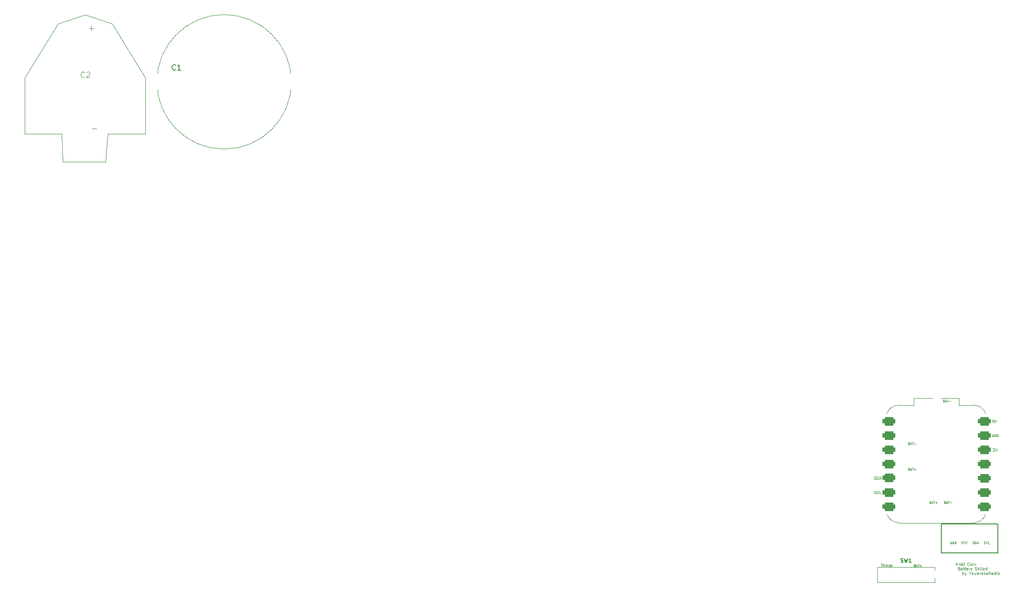
<source format=gbr>
%TF.GenerationSoftware,KiCad,Pcbnew,8.0.4*%
%TF.CreationDate,2024-10-12T11:12:09+09:00*%
%TF.ProjectId,XIAO_ButtonBatteryPCB,5849414f-5f42-4757-9474-6f6e42617474,rev?*%
%TF.SameCoordinates,Original*%
%TF.FileFunction,Legend,Top*%
%TF.FilePolarity,Positive*%
%FSLAX46Y46*%
G04 Gerber Fmt 4.6, Leading zero omitted, Abs format (unit mm)*
G04 Created by KiCad (PCBNEW 8.0.4) date 2024-10-12 11:12:09*
%MOMM*%
%LPD*%
G01*
G04 APERTURE LIST*
G04 Aperture macros list*
%AMRoundRect*
0 Rectangle with rounded corners*
0 $1 Rounding radius*
0 $2 $3 $4 $5 $6 $7 $8 $9 X,Y pos of 4 corners*
0 Add a 4 corners polygon primitive as box body*
4,1,4,$2,$3,$4,$5,$6,$7,$8,$9,$2,$3,0*
0 Add four circle primitives for the rounded corners*
1,1,$1+$1,$2,$3*
1,1,$1+$1,$4,$5*
1,1,$1+$1,$6,$7*
1,1,$1+$1,$8,$9*
0 Add four rect primitives between the rounded corners*
20,1,$1+$1,$2,$3,$4,$5,0*
20,1,$1+$1,$4,$5,$6,$7,0*
20,1,$1+$1,$6,$7,$8,$9,0*
20,1,$1+$1,$8,$9,$2,$3,0*%
G04 Aperture macros list end*
%ADD10C,0.100000*%
%ADD11C,0.150000*%
%ADD12C,0.120000*%
%ADD13C,0.127000*%
%ADD14C,0.200000*%
%ADD15C,1.500000*%
%ADD16R,1.500000X1.500000*%
%ADD17C,1.600000*%
%ADD18RoundRect,0.381000X-0.762000X-0.381000X0.762000X-0.381000X0.762000X0.381000X-0.762000X0.381000X0*%
%ADD19R,1.308000X1.308000*%
%ADD20C,1.308000*%
%ADD21C,3.000000*%
%ADD22R,3.000000X3.000000*%
G04 APERTURE END LIST*
D10*
X152989598Y-98407752D02*
X152970550Y-98426800D01*
X152970550Y-98426800D02*
X152913408Y-98445847D01*
X152913408Y-98445847D02*
X152875312Y-98445847D01*
X152875312Y-98445847D02*
X152818169Y-98426800D01*
X152818169Y-98426800D02*
X152780074Y-98388704D01*
X152780074Y-98388704D02*
X152761027Y-98350609D01*
X152761027Y-98350609D02*
X152741979Y-98274419D01*
X152741979Y-98274419D02*
X152741979Y-98217276D01*
X152741979Y-98217276D02*
X152761027Y-98141085D01*
X152761027Y-98141085D02*
X152780074Y-98102990D01*
X152780074Y-98102990D02*
X152818169Y-98064895D01*
X152818169Y-98064895D02*
X152875312Y-98045847D01*
X152875312Y-98045847D02*
X152913408Y-98045847D01*
X152913408Y-98045847D02*
X152970550Y-98064895D01*
X152970550Y-98064895D02*
X152989598Y-98083942D01*
X153161027Y-98445847D02*
X153161027Y-98045847D01*
X153332455Y-98445847D02*
X153332455Y-98236323D01*
X153332455Y-98236323D02*
X153313408Y-98198228D01*
X153313408Y-98198228D02*
X153275312Y-98179180D01*
X153275312Y-98179180D02*
X153218169Y-98179180D01*
X153218169Y-98179180D02*
X153180074Y-98198228D01*
X153180074Y-98198228D02*
X153161027Y-98217276D01*
X153694360Y-98445847D02*
X153694360Y-98236323D01*
X153694360Y-98236323D02*
X153675313Y-98198228D01*
X153675313Y-98198228D02*
X153637217Y-98179180D01*
X153637217Y-98179180D02*
X153561027Y-98179180D01*
X153561027Y-98179180D02*
X153522932Y-98198228D01*
X153694360Y-98426800D02*
X153656265Y-98445847D01*
X153656265Y-98445847D02*
X153561027Y-98445847D01*
X153561027Y-98445847D02*
X153522932Y-98426800D01*
X153522932Y-98426800D02*
X153503884Y-98388704D01*
X153503884Y-98388704D02*
X153503884Y-98350609D01*
X153503884Y-98350609D02*
X153522932Y-98312514D01*
X153522932Y-98312514D02*
X153561027Y-98293466D01*
X153561027Y-98293466D02*
X153656265Y-98293466D01*
X153656265Y-98293466D02*
X153694360Y-98274419D01*
X153884837Y-98445847D02*
X153884837Y-98179180D01*
X153884837Y-98255371D02*
X153903884Y-98217276D01*
X153903884Y-98217276D02*
X153922932Y-98198228D01*
X153922932Y-98198228D02*
X153961027Y-98179180D01*
X153961027Y-98179180D02*
X153999122Y-98179180D01*
X154303884Y-98179180D02*
X154303884Y-98502990D01*
X154303884Y-98502990D02*
X154284837Y-98541085D01*
X154284837Y-98541085D02*
X154265789Y-98560133D01*
X154265789Y-98560133D02*
X154227694Y-98579180D01*
X154227694Y-98579180D02*
X154170551Y-98579180D01*
X154170551Y-98579180D02*
X154132456Y-98560133D01*
X154303884Y-98426800D02*
X154265789Y-98445847D01*
X154265789Y-98445847D02*
X154189598Y-98445847D01*
X154189598Y-98445847D02*
X154151503Y-98426800D01*
X154151503Y-98426800D02*
X154132456Y-98407752D01*
X154132456Y-98407752D02*
X154113408Y-98369657D01*
X154113408Y-98369657D02*
X154113408Y-98255371D01*
X154113408Y-98255371D02*
X154132456Y-98217276D01*
X154132456Y-98217276D02*
X154151503Y-98198228D01*
X154151503Y-98198228D02*
X154189598Y-98179180D01*
X154189598Y-98179180D02*
X154265789Y-98179180D01*
X154265789Y-98179180D02*
X154303884Y-98198228D01*
X154646742Y-98426800D02*
X154608646Y-98445847D01*
X154608646Y-98445847D02*
X154532456Y-98445847D01*
X154532456Y-98445847D02*
X154494361Y-98426800D01*
X154494361Y-98426800D02*
X154475313Y-98388704D01*
X154475313Y-98388704D02*
X154475313Y-98236323D01*
X154475313Y-98236323D02*
X154494361Y-98198228D01*
X154494361Y-98198228D02*
X154532456Y-98179180D01*
X154532456Y-98179180D02*
X154608646Y-98179180D01*
X154608646Y-98179180D02*
X154646742Y-98198228D01*
X154646742Y-98198228D02*
X154665789Y-98236323D01*
X154665789Y-98236323D02*
X154665789Y-98274419D01*
X154665789Y-98274419D02*
X154475313Y-98312514D01*
X158694360Y-98336323D02*
X158751503Y-98355371D01*
X158751503Y-98355371D02*
X158770550Y-98374419D01*
X158770550Y-98374419D02*
X158789598Y-98412514D01*
X158789598Y-98412514D02*
X158789598Y-98469657D01*
X158789598Y-98469657D02*
X158770550Y-98507752D01*
X158770550Y-98507752D02*
X158751503Y-98526800D01*
X158751503Y-98526800D02*
X158713408Y-98545847D01*
X158713408Y-98545847D02*
X158561027Y-98545847D01*
X158561027Y-98545847D02*
X158561027Y-98145847D01*
X158561027Y-98145847D02*
X158694360Y-98145847D01*
X158694360Y-98145847D02*
X158732455Y-98164895D01*
X158732455Y-98164895D02*
X158751503Y-98183942D01*
X158751503Y-98183942D02*
X158770550Y-98222038D01*
X158770550Y-98222038D02*
X158770550Y-98260133D01*
X158770550Y-98260133D02*
X158751503Y-98298228D01*
X158751503Y-98298228D02*
X158732455Y-98317276D01*
X158732455Y-98317276D02*
X158694360Y-98336323D01*
X158694360Y-98336323D02*
X158561027Y-98336323D01*
X158941979Y-98431561D02*
X159132455Y-98431561D01*
X158903884Y-98545847D02*
X159037217Y-98145847D01*
X159037217Y-98145847D02*
X159170550Y-98545847D01*
X159246741Y-98145847D02*
X159475312Y-98145847D01*
X159361026Y-98545847D02*
X159361026Y-98145847D01*
X159608646Y-98393466D02*
X159913408Y-98393466D01*
X159761027Y-98545847D02*
X159761027Y-98241085D01*
X166037217Y-97823665D02*
X166370550Y-98323665D01*
X166370550Y-97823665D02*
X166037217Y-98323665D01*
X166561026Y-98323665D02*
X166561026Y-97823665D01*
X166775312Y-98180808D02*
X167013407Y-98180808D01*
X166727693Y-98323665D02*
X166894359Y-97823665D01*
X166894359Y-97823665D02*
X167061026Y-98323665D01*
X167322930Y-97823665D02*
X167418168Y-97823665D01*
X167418168Y-97823665D02*
X167465787Y-97847475D01*
X167465787Y-97847475D02*
X167513406Y-97895094D01*
X167513406Y-97895094D02*
X167537216Y-97990332D01*
X167537216Y-97990332D02*
X167537216Y-98156998D01*
X167537216Y-98156998D02*
X167513406Y-98252236D01*
X167513406Y-98252236D02*
X167465787Y-98299856D01*
X167465787Y-98299856D02*
X167418168Y-98323665D01*
X167418168Y-98323665D02*
X167322930Y-98323665D01*
X167322930Y-98323665D02*
X167275311Y-98299856D01*
X167275311Y-98299856D02*
X167227692Y-98252236D01*
X167227692Y-98252236D02*
X167203883Y-98156998D01*
X167203883Y-98156998D02*
X167203883Y-97990332D01*
X167203883Y-97990332D02*
X167227692Y-97895094D01*
X167227692Y-97895094D02*
X167275311Y-97847475D01*
X167275311Y-97847475D02*
X167322930Y-97823665D01*
X168418168Y-98276046D02*
X168394359Y-98299856D01*
X168394359Y-98299856D02*
X168322930Y-98323665D01*
X168322930Y-98323665D02*
X168275311Y-98323665D01*
X168275311Y-98323665D02*
X168203883Y-98299856D01*
X168203883Y-98299856D02*
X168156264Y-98252236D01*
X168156264Y-98252236D02*
X168132454Y-98204617D01*
X168132454Y-98204617D02*
X168108645Y-98109379D01*
X168108645Y-98109379D02*
X168108645Y-98037951D01*
X168108645Y-98037951D02*
X168132454Y-97942713D01*
X168132454Y-97942713D02*
X168156264Y-97895094D01*
X168156264Y-97895094D02*
X168203883Y-97847475D01*
X168203883Y-97847475D02*
X168275311Y-97823665D01*
X168275311Y-97823665D02*
X168322930Y-97823665D01*
X168322930Y-97823665D02*
X168394359Y-97847475D01*
X168394359Y-97847475D02*
X168418168Y-97871284D01*
X168703883Y-98323665D02*
X168656264Y-98299856D01*
X168656264Y-98299856D02*
X168632454Y-98276046D01*
X168632454Y-98276046D02*
X168608645Y-98228427D01*
X168608645Y-98228427D02*
X168608645Y-98085570D01*
X168608645Y-98085570D02*
X168632454Y-98037951D01*
X168632454Y-98037951D02*
X168656264Y-98014141D01*
X168656264Y-98014141D02*
X168703883Y-97990332D01*
X168703883Y-97990332D02*
X168775311Y-97990332D01*
X168775311Y-97990332D02*
X168822930Y-98014141D01*
X168822930Y-98014141D02*
X168846740Y-98037951D01*
X168846740Y-98037951D02*
X168870549Y-98085570D01*
X168870549Y-98085570D02*
X168870549Y-98228427D01*
X168870549Y-98228427D02*
X168846740Y-98276046D01*
X168846740Y-98276046D02*
X168822930Y-98299856D01*
X168822930Y-98299856D02*
X168775311Y-98323665D01*
X168775311Y-98323665D02*
X168703883Y-98323665D01*
X169084835Y-98323665D02*
X169084835Y-97990332D01*
X169084835Y-97823665D02*
X169061026Y-97847475D01*
X169061026Y-97847475D02*
X169084835Y-97871284D01*
X169084835Y-97871284D02*
X169108645Y-97847475D01*
X169108645Y-97847475D02*
X169084835Y-97823665D01*
X169084835Y-97823665D02*
X169084835Y-97871284D01*
X169322930Y-97990332D02*
X169322930Y-98323665D01*
X169322930Y-98037951D02*
X169346740Y-98014141D01*
X169346740Y-98014141D02*
X169394359Y-97990332D01*
X169394359Y-97990332D02*
X169465787Y-97990332D01*
X169465787Y-97990332D02*
X169513406Y-98014141D01*
X169513406Y-98014141D02*
X169537216Y-98061760D01*
X169537216Y-98061760D02*
X169537216Y-98323665D01*
X166632455Y-98866732D02*
X166703883Y-98890542D01*
X166703883Y-98890542D02*
X166727693Y-98914351D01*
X166727693Y-98914351D02*
X166751502Y-98961970D01*
X166751502Y-98961970D02*
X166751502Y-99033399D01*
X166751502Y-99033399D02*
X166727693Y-99081018D01*
X166727693Y-99081018D02*
X166703883Y-99104828D01*
X166703883Y-99104828D02*
X166656264Y-99128637D01*
X166656264Y-99128637D02*
X166465788Y-99128637D01*
X166465788Y-99128637D02*
X166465788Y-98628637D01*
X166465788Y-98628637D02*
X166632455Y-98628637D01*
X166632455Y-98628637D02*
X166680074Y-98652447D01*
X166680074Y-98652447D02*
X166703883Y-98676256D01*
X166703883Y-98676256D02*
X166727693Y-98723875D01*
X166727693Y-98723875D02*
X166727693Y-98771494D01*
X166727693Y-98771494D02*
X166703883Y-98819113D01*
X166703883Y-98819113D02*
X166680074Y-98842923D01*
X166680074Y-98842923D02*
X166632455Y-98866732D01*
X166632455Y-98866732D02*
X166465788Y-98866732D01*
X167180074Y-99128637D02*
X167180074Y-98866732D01*
X167180074Y-98866732D02*
X167156264Y-98819113D01*
X167156264Y-98819113D02*
X167108645Y-98795304D01*
X167108645Y-98795304D02*
X167013407Y-98795304D01*
X167013407Y-98795304D02*
X166965788Y-98819113D01*
X167180074Y-99104828D02*
X167132455Y-99128637D01*
X167132455Y-99128637D02*
X167013407Y-99128637D01*
X167013407Y-99128637D02*
X166965788Y-99104828D01*
X166965788Y-99104828D02*
X166941979Y-99057208D01*
X166941979Y-99057208D02*
X166941979Y-99009589D01*
X166941979Y-99009589D02*
X166965788Y-98961970D01*
X166965788Y-98961970D02*
X167013407Y-98938161D01*
X167013407Y-98938161D02*
X167132455Y-98938161D01*
X167132455Y-98938161D02*
X167180074Y-98914351D01*
X167346741Y-98795304D02*
X167537217Y-98795304D01*
X167418169Y-98628637D02*
X167418169Y-99057208D01*
X167418169Y-99057208D02*
X167441979Y-99104828D01*
X167441979Y-99104828D02*
X167489598Y-99128637D01*
X167489598Y-99128637D02*
X167537217Y-99128637D01*
X167632455Y-98795304D02*
X167822931Y-98795304D01*
X167703883Y-98628637D02*
X167703883Y-99057208D01*
X167703883Y-99057208D02*
X167727693Y-99104828D01*
X167727693Y-99104828D02*
X167775312Y-99128637D01*
X167775312Y-99128637D02*
X167822931Y-99128637D01*
X168180073Y-99104828D02*
X168132454Y-99128637D01*
X168132454Y-99128637D02*
X168037216Y-99128637D01*
X168037216Y-99128637D02*
X167989597Y-99104828D01*
X167989597Y-99104828D02*
X167965788Y-99057208D01*
X167965788Y-99057208D02*
X167965788Y-98866732D01*
X167965788Y-98866732D02*
X167989597Y-98819113D01*
X167989597Y-98819113D02*
X168037216Y-98795304D01*
X168037216Y-98795304D02*
X168132454Y-98795304D01*
X168132454Y-98795304D02*
X168180073Y-98819113D01*
X168180073Y-98819113D02*
X168203883Y-98866732D01*
X168203883Y-98866732D02*
X168203883Y-98914351D01*
X168203883Y-98914351D02*
X167965788Y-98961970D01*
X168418168Y-99128637D02*
X168418168Y-98795304D01*
X168418168Y-98890542D02*
X168441978Y-98842923D01*
X168441978Y-98842923D02*
X168465787Y-98819113D01*
X168465787Y-98819113D02*
X168513406Y-98795304D01*
X168513406Y-98795304D02*
X168561025Y-98795304D01*
X168680073Y-98795304D02*
X168799121Y-99128637D01*
X168918168Y-98795304D02*
X168799121Y-99128637D01*
X168799121Y-99128637D02*
X168751502Y-99247685D01*
X168751502Y-99247685D02*
X168727692Y-99271494D01*
X168727692Y-99271494D02*
X168680073Y-99295304D01*
X169465787Y-99104828D02*
X169537215Y-99128637D01*
X169537215Y-99128637D02*
X169656263Y-99128637D01*
X169656263Y-99128637D02*
X169703882Y-99104828D01*
X169703882Y-99104828D02*
X169727691Y-99081018D01*
X169727691Y-99081018D02*
X169751501Y-99033399D01*
X169751501Y-99033399D02*
X169751501Y-98985780D01*
X169751501Y-98985780D02*
X169727691Y-98938161D01*
X169727691Y-98938161D02*
X169703882Y-98914351D01*
X169703882Y-98914351D02*
X169656263Y-98890542D01*
X169656263Y-98890542D02*
X169561025Y-98866732D01*
X169561025Y-98866732D02*
X169513406Y-98842923D01*
X169513406Y-98842923D02*
X169489596Y-98819113D01*
X169489596Y-98819113D02*
X169465787Y-98771494D01*
X169465787Y-98771494D02*
X169465787Y-98723875D01*
X169465787Y-98723875D02*
X169489596Y-98676256D01*
X169489596Y-98676256D02*
X169513406Y-98652447D01*
X169513406Y-98652447D02*
X169561025Y-98628637D01*
X169561025Y-98628637D02*
X169680072Y-98628637D01*
X169680072Y-98628637D02*
X169751501Y-98652447D01*
X169965786Y-99128637D02*
X169965786Y-98628637D01*
X170180072Y-99128637D02*
X170180072Y-98866732D01*
X170180072Y-98866732D02*
X170156262Y-98819113D01*
X170156262Y-98819113D02*
X170108643Y-98795304D01*
X170108643Y-98795304D02*
X170037215Y-98795304D01*
X170037215Y-98795304D02*
X169989596Y-98819113D01*
X169989596Y-98819113D02*
X169965786Y-98842923D01*
X170418167Y-99128637D02*
X170418167Y-98795304D01*
X170418167Y-98628637D02*
X170394358Y-98652447D01*
X170394358Y-98652447D02*
X170418167Y-98676256D01*
X170418167Y-98676256D02*
X170441977Y-98652447D01*
X170441977Y-98652447D02*
X170418167Y-98628637D01*
X170418167Y-98628637D02*
X170418167Y-98676256D01*
X170727691Y-99128637D02*
X170680072Y-99104828D01*
X170680072Y-99104828D02*
X170656262Y-99057208D01*
X170656262Y-99057208D02*
X170656262Y-98628637D01*
X171108643Y-99104828D02*
X171061024Y-99128637D01*
X171061024Y-99128637D02*
X170965786Y-99128637D01*
X170965786Y-99128637D02*
X170918167Y-99104828D01*
X170918167Y-99104828D02*
X170894358Y-99057208D01*
X170894358Y-99057208D02*
X170894358Y-98866732D01*
X170894358Y-98866732D02*
X170918167Y-98819113D01*
X170918167Y-98819113D02*
X170965786Y-98795304D01*
X170965786Y-98795304D02*
X171061024Y-98795304D01*
X171061024Y-98795304D02*
X171108643Y-98819113D01*
X171108643Y-98819113D02*
X171132453Y-98866732D01*
X171132453Y-98866732D02*
X171132453Y-98914351D01*
X171132453Y-98914351D02*
X170894358Y-98961970D01*
X171561024Y-99128637D02*
X171561024Y-98628637D01*
X171561024Y-99104828D02*
X171513405Y-99128637D01*
X171513405Y-99128637D02*
X171418167Y-99128637D01*
X171418167Y-99128637D02*
X171370548Y-99104828D01*
X171370548Y-99104828D02*
X171346738Y-99081018D01*
X171346738Y-99081018D02*
X171322929Y-99033399D01*
X171322929Y-99033399D02*
X171322929Y-98890542D01*
X171322929Y-98890542D02*
X171346738Y-98842923D01*
X171346738Y-98842923D02*
X171370548Y-98819113D01*
X171370548Y-98819113D02*
X171418167Y-98795304D01*
X171418167Y-98795304D02*
X171513405Y-98795304D01*
X171513405Y-98795304D02*
X171561024Y-98819113D01*
X167227692Y-99933609D02*
X167227692Y-99433609D01*
X167227692Y-99624085D02*
X167275311Y-99600276D01*
X167275311Y-99600276D02*
X167370549Y-99600276D01*
X167370549Y-99600276D02*
X167418168Y-99624085D01*
X167418168Y-99624085D02*
X167441978Y-99647895D01*
X167441978Y-99647895D02*
X167465787Y-99695514D01*
X167465787Y-99695514D02*
X167465787Y-99838371D01*
X167465787Y-99838371D02*
X167441978Y-99885990D01*
X167441978Y-99885990D02*
X167418168Y-99909800D01*
X167418168Y-99909800D02*
X167370549Y-99933609D01*
X167370549Y-99933609D02*
X167275311Y-99933609D01*
X167275311Y-99933609D02*
X167227692Y-99909800D01*
X167632454Y-99600276D02*
X167751502Y-99933609D01*
X167870549Y-99600276D02*
X167751502Y-99933609D01*
X167751502Y-99933609D02*
X167703883Y-100052657D01*
X167703883Y-100052657D02*
X167680073Y-100076466D01*
X167680073Y-100076466D02*
X167632454Y-100100276D01*
X168537215Y-99695514D02*
X168537215Y-99933609D01*
X168370549Y-99433609D02*
X168537215Y-99695514D01*
X168537215Y-99695514D02*
X168703882Y-99433609D01*
X169084834Y-99933609D02*
X169084834Y-99671704D01*
X169084834Y-99671704D02*
X169061024Y-99624085D01*
X169061024Y-99624085D02*
X169013405Y-99600276D01*
X169013405Y-99600276D02*
X168918167Y-99600276D01*
X168918167Y-99600276D02*
X168870548Y-99624085D01*
X169084834Y-99909800D02*
X169037215Y-99933609D01*
X169037215Y-99933609D02*
X168918167Y-99933609D01*
X168918167Y-99933609D02*
X168870548Y-99909800D01*
X168870548Y-99909800D02*
X168846739Y-99862180D01*
X168846739Y-99862180D02*
X168846739Y-99814561D01*
X168846739Y-99814561D02*
X168870548Y-99766942D01*
X168870548Y-99766942D02*
X168918167Y-99743133D01*
X168918167Y-99743133D02*
X169037215Y-99743133D01*
X169037215Y-99743133D02*
X169084834Y-99719323D01*
X169275310Y-99600276D02*
X169370548Y-99933609D01*
X169370548Y-99933609D02*
X169465786Y-99695514D01*
X169465786Y-99695514D02*
X169561024Y-99933609D01*
X169561024Y-99933609D02*
X169656262Y-99600276D01*
X170061025Y-99933609D02*
X170061025Y-99671704D01*
X170061025Y-99671704D02*
X170037215Y-99624085D01*
X170037215Y-99624085D02*
X169989596Y-99600276D01*
X169989596Y-99600276D02*
X169894358Y-99600276D01*
X169894358Y-99600276D02*
X169846739Y-99624085D01*
X170061025Y-99909800D02*
X170013406Y-99933609D01*
X170013406Y-99933609D02*
X169894358Y-99933609D01*
X169894358Y-99933609D02*
X169846739Y-99909800D01*
X169846739Y-99909800D02*
X169822930Y-99862180D01*
X169822930Y-99862180D02*
X169822930Y-99814561D01*
X169822930Y-99814561D02*
X169846739Y-99766942D01*
X169846739Y-99766942D02*
X169894358Y-99743133D01*
X169894358Y-99743133D02*
X170013406Y-99743133D01*
X170013406Y-99743133D02*
X170061025Y-99719323D01*
X170299120Y-99933609D02*
X170299120Y-99600276D01*
X170299120Y-99695514D02*
X170322930Y-99647895D01*
X170322930Y-99647895D02*
X170346739Y-99624085D01*
X170346739Y-99624085D02*
X170394358Y-99600276D01*
X170394358Y-99600276D02*
X170441977Y-99600276D01*
X170822930Y-99933609D02*
X170822930Y-99671704D01*
X170822930Y-99671704D02*
X170799120Y-99624085D01*
X170799120Y-99624085D02*
X170751501Y-99600276D01*
X170751501Y-99600276D02*
X170656263Y-99600276D01*
X170656263Y-99600276D02*
X170608644Y-99624085D01*
X170822930Y-99909800D02*
X170775311Y-99933609D01*
X170775311Y-99933609D02*
X170656263Y-99933609D01*
X170656263Y-99933609D02*
X170608644Y-99909800D01*
X170608644Y-99909800D02*
X170584835Y-99862180D01*
X170584835Y-99862180D02*
X170584835Y-99814561D01*
X170584835Y-99814561D02*
X170608644Y-99766942D01*
X170608644Y-99766942D02*
X170656263Y-99743133D01*
X170656263Y-99743133D02*
X170775311Y-99743133D01*
X170775311Y-99743133D02*
X170822930Y-99719323D01*
X171061025Y-99933609D02*
X171061025Y-99433609D01*
X171108644Y-99743133D02*
X171251501Y-99933609D01*
X171251501Y-99600276D02*
X171061025Y-99790752D01*
X171680073Y-99933609D02*
X171680073Y-99671704D01*
X171680073Y-99671704D02*
X171656263Y-99624085D01*
X171656263Y-99624085D02*
X171608644Y-99600276D01*
X171608644Y-99600276D02*
X171513406Y-99600276D01*
X171513406Y-99600276D02*
X171465787Y-99624085D01*
X171680073Y-99909800D02*
X171632454Y-99933609D01*
X171632454Y-99933609D02*
X171513406Y-99933609D01*
X171513406Y-99933609D02*
X171465787Y-99909800D01*
X171465787Y-99909800D02*
X171441978Y-99862180D01*
X171441978Y-99862180D02*
X171441978Y-99814561D01*
X171441978Y-99814561D02*
X171465787Y-99766942D01*
X171465787Y-99766942D02*
X171513406Y-99743133D01*
X171513406Y-99743133D02*
X171632454Y-99743133D01*
X171632454Y-99743133D02*
X171680073Y-99719323D01*
X172203882Y-99933609D02*
X172037216Y-99695514D01*
X171918168Y-99933609D02*
X171918168Y-99433609D01*
X171918168Y-99433609D02*
X172108644Y-99433609D01*
X172108644Y-99433609D02*
X172156263Y-99457419D01*
X172156263Y-99457419D02*
X172180073Y-99481228D01*
X172180073Y-99481228D02*
X172203882Y-99528847D01*
X172203882Y-99528847D02*
X172203882Y-99600276D01*
X172203882Y-99600276D02*
X172180073Y-99647895D01*
X172180073Y-99647895D02*
X172156263Y-99671704D01*
X172156263Y-99671704D02*
X172108644Y-99695514D01*
X172108644Y-99695514D02*
X171918168Y-99695514D01*
X172632454Y-99933609D02*
X172632454Y-99671704D01*
X172632454Y-99671704D02*
X172608644Y-99624085D01*
X172608644Y-99624085D02*
X172561025Y-99600276D01*
X172561025Y-99600276D02*
X172465787Y-99600276D01*
X172465787Y-99600276D02*
X172418168Y-99624085D01*
X172632454Y-99909800D02*
X172584835Y-99933609D01*
X172584835Y-99933609D02*
X172465787Y-99933609D01*
X172465787Y-99933609D02*
X172418168Y-99909800D01*
X172418168Y-99909800D02*
X172394359Y-99862180D01*
X172394359Y-99862180D02*
X172394359Y-99814561D01*
X172394359Y-99814561D02*
X172418168Y-99766942D01*
X172418168Y-99766942D02*
X172465787Y-99743133D01*
X172465787Y-99743133D02*
X172584835Y-99743133D01*
X172584835Y-99743133D02*
X172632454Y-99719323D01*
X173084835Y-99933609D02*
X173084835Y-99433609D01*
X173084835Y-99909800D02*
X173037216Y-99933609D01*
X173037216Y-99933609D02*
X172941978Y-99933609D01*
X172941978Y-99933609D02*
X172894359Y-99909800D01*
X172894359Y-99909800D02*
X172870549Y-99885990D01*
X172870549Y-99885990D02*
X172846740Y-99838371D01*
X172846740Y-99838371D02*
X172846740Y-99695514D01*
X172846740Y-99695514D02*
X172870549Y-99647895D01*
X172870549Y-99647895D02*
X172894359Y-99624085D01*
X172894359Y-99624085D02*
X172941978Y-99600276D01*
X172941978Y-99600276D02*
X173037216Y-99600276D01*
X173037216Y-99600276D02*
X173084835Y-99624085D01*
X173322930Y-99933609D02*
X173322930Y-99600276D01*
X173322930Y-99433609D02*
X173299121Y-99457419D01*
X173299121Y-99457419D02*
X173322930Y-99481228D01*
X173322930Y-99481228D02*
X173346740Y-99457419D01*
X173346740Y-99457419D02*
X173322930Y-99433609D01*
X173322930Y-99433609D02*
X173322930Y-99481228D01*
X173632454Y-99933609D02*
X173584835Y-99909800D01*
X173584835Y-99909800D02*
X173561025Y-99885990D01*
X173561025Y-99885990D02*
X173537216Y-99838371D01*
X173537216Y-99838371D02*
X173537216Y-99695514D01*
X173537216Y-99695514D02*
X173561025Y-99647895D01*
X173561025Y-99647895D02*
X173584835Y-99624085D01*
X173584835Y-99624085D02*
X173632454Y-99600276D01*
X173632454Y-99600276D02*
X173703882Y-99600276D01*
X173703882Y-99600276D02*
X173751501Y-99624085D01*
X173751501Y-99624085D02*
X173775311Y-99647895D01*
X173775311Y-99647895D02*
X173799120Y-99695514D01*
X173799120Y-99695514D02*
X173799120Y-99838371D01*
X173799120Y-99838371D02*
X173775311Y-99885990D01*
X173775311Y-99885990D02*
X173751501Y-99909800D01*
X173751501Y-99909800D02*
X173703882Y-99933609D01*
X173703882Y-99933609D02*
X173632454Y-99933609D01*
X161494360Y-87036323D02*
X161551503Y-87055371D01*
X161551503Y-87055371D02*
X161570550Y-87074419D01*
X161570550Y-87074419D02*
X161589598Y-87112514D01*
X161589598Y-87112514D02*
X161589598Y-87169657D01*
X161589598Y-87169657D02*
X161570550Y-87207752D01*
X161570550Y-87207752D02*
X161551503Y-87226800D01*
X161551503Y-87226800D02*
X161513408Y-87245847D01*
X161513408Y-87245847D02*
X161361027Y-87245847D01*
X161361027Y-87245847D02*
X161361027Y-86845847D01*
X161361027Y-86845847D02*
X161494360Y-86845847D01*
X161494360Y-86845847D02*
X161532455Y-86864895D01*
X161532455Y-86864895D02*
X161551503Y-86883942D01*
X161551503Y-86883942D02*
X161570550Y-86922038D01*
X161570550Y-86922038D02*
X161570550Y-86960133D01*
X161570550Y-86960133D02*
X161551503Y-86998228D01*
X161551503Y-86998228D02*
X161532455Y-87017276D01*
X161532455Y-87017276D02*
X161494360Y-87036323D01*
X161494360Y-87036323D02*
X161361027Y-87036323D01*
X161741979Y-87131561D02*
X161932455Y-87131561D01*
X161703884Y-87245847D02*
X161837217Y-86845847D01*
X161837217Y-86845847D02*
X161970550Y-87245847D01*
X162046741Y-86845847D02*
X162275312Y-86845847D01*
X162161026Y-87245847D02*
X162161026Y-86845847D01*
X162408646Y-87093466D02*
X162713408Y-87093466D01*
X162561027Y-87245847D02*
X162561027Y-86941085D01*
X164094360Y-87036323D02*
X164151503Y-87055371D01*
X164151503Y-87055371D02*
X164170550Y-87074419D01*
X164170550Y-87074419D02*
X164189598Y-87112514D01*
X164189598Y-87112514D02*
X164189598Y-87169657D01*
X164189598Y-87169657D02*
X164170550Y-87207752D01*
X164170550Y-87207752D02*
X164151503Y-87226800D01*
X164151503Y-87226800D02*
X164113408Y-87245847D01*
X164113408Y-87245847D02*
X163961027Y-87245847D01*
X163961027Y-87245847D02*
X163961027Y-86845847D01*
X163961027Y-86845847D02*
X164094360Y-86845847D01*
X164094360Y-86845847D02*
X164132455Y-86864895D01*
X164132455Y-86864895D02*
X164151503Y-86883942D01*
X164151503Y-86883942D02*
X164170550Y-86922038D01*
X164170550Y-86922038D02*
X164170550Y-86960133D01*
X164170550Y-86960133D02*
X164151503Y-86998228D01*
X164151503Y-86998228D02*
X164132455Y-87017276D01*
X164132455Y-87017276D02*
X164094360Y-87036323D01*
X164094360Y-87036323D02*
X163961027Y-87036323D01*
X164341979Y-87131561D02*
X164532455Y-87131561D01*
X164303884Y-87245847D02*
X164437217Y-86845847D01*
X164437217Y-86845847D02*
X164570550Y-87245847D01*
X164646741Y-86845847D02*
X164875312Y-86845847D01*
X164761026Y-87245847D02*
X164761026Y-86845847D01*
X165008646Y-87093466D02*
X165313408Y-87093466D01*
X172822931Y-72333609D02*
X172584836Y-72333609D01*
X172584836Y-72333609D02*
X172561027Y-72571704D01*
X172561027Y-72571704D02*
X172584836Y-72547895D01*
X172584836Y-72547895D02*
X172632455Y-72524085D01*
X172632455Y-72524085D02*
X172751503Y-72524085D01*
X172751503Y-72524085D02*
X172799122Y-72547895D01*
X172799122Y-72547895D02*
X172822931Y-72571704D01*
X172822931Y-72571704D02*
X172846741Y-72619323D01*
X172846741Y-72619323D02*
X172846741Y-72738371D01*
X172846741Y-72738371D02*
X172822931Y-72785990D01*
X172822931Y-72785990D02*
X172799122Y-72809800D01*
X172799122Y-72809800D02*
X172751503Y-72833609D01*
X172751503Y-72833609D02*
X172632455Y-72833609D01*
X172632455Y-72833609D02*
X172584836Y-72809800D01*
X172584836Y-72809800D02*
X172561027Y-72785990D01*
X172989598Y-72333609D02*
X173156264Y-72833609D01*
X173156264Y-72833609D02*
X173322931Y-72333609D01*
X157694360Y-81136323D02*
X157751503Y-81155371D01*
X157751503Y-81155371D02*
X157770550Y-81174419D01*
X157770550Y-81174419D02*
X157789598Y-81212514D01*
X157789598Y-81212514D02*
X157789598Y-81269657D01*
X157789598Y-81269657D02*
X157770550Y-81307752D01*
X157770550Y-81307752D02*
X157751503Y-81326800D01*
X157751503Y-81326800D02*
X157713408Y-81345847D01*
X157713408Y-81345847D02*
X157561027Y-81345847D01*
X157561027Y-81345847D02*
X157561027Y-80945847D01*
X157561027Y-80945847D02*
X157694360Y-80945847D01*
X157694360Y-80945847D02*
X157732455Y-80964895D01*
X157732455Y-80964895D02*
X157751503Y-80983942D01*
X157751503Y-80983942D02*
X157770550Y-81022038D01*
X157770550Y-81022038D02*
X157770550Y-81060133D01*
X157770550Y-81060133D02*
X157751503Y-81098228D01*
X157751503Y-81098228D02*
X157732455Y-81117276D01*
X157732455Y-81117276D02*
X157694360Y-81136323D01*
X157694360Y-81136323D02*
X157561027Y-81136323D01*
X157941979Y-81231561D02*
X158132455Y-81231561D01*
X157903884Y-81345847D02*
X158037217Y-80945847D01*
X158037217Y-80945847D02*
X158170550Y-81345847D01*
X158246741Y-80945847D02*
X158475312Y-80945847D01*
X158361026Y-81345847D02*
X158361026Y-80945847D01*
X158608646Y-81193466D02*
X158913408Y-81193466D01*
X158761027Y-81345847D02*
X158761027Y-81041085D01*
X172770550Y-74964895D02*
X172732455Y-74945847D01*
X172732455Y-74945847D02*
X172675312Y-74945847D01*
X172675312Y-74945847D02*
X172618169Y-74964895D01*
X172618169Y-74964895D02*
X172580074Y-75002990D01*
X172580074Y-75002990D02*
X172561027Y-75041085D01*
X172561027Y-75041085D02*
X172541979Y-75117276D01*
X172541979Y-75117276D02*
X172541979Y-75174419D01*
X172541979Y-75174419D02*
X172561027Y-75250609D01*
X172561027Y-75250609D02*
X172580074Y-75288704D01*
X172580074Y-75288704D02*
X172618169Y-75326800D01*
X172618169Y-75326800D02*
X172675312Y-75345847D01*
X172675312Y-75345847D02*
X172713408Y-75345847D01*
X172713408Y-75345847D02*
X172770550Y-75326800D01*
X172770550Y-75326800D02*
X172789598Y-75307752D01*
X172789598Y-75307752D02*
X172789598Y-75174419D01*
X172789598Y-75174419D02*
X172713408Y-75174419D01*
X172961027Y-75345847D02*
X172961027Y-74945847D01*
X172961027Y-74945847D02*
X173189598Y-75345847D01*
X173189598Y-75345847D02*
X173189598Y-74945847D01*
X173380075Y-75345847D02*
X173380075Y-74945847D01*
X173380075Y-74945847D02*
X173475313Y-74945847D01*
X173475313Y-74945847D02*
X173532456Y-74964895D01*
X173532456Y-74964895D02*
X173570551Y-75002990D01*
X173570551Y-75002990D02*
X173589598Y-75041085D01*
X173589598Y-75041085D02*
X173608646Y-75117276D01*
X173608646Y-75117276D02*
X173608646Y-75174419D01*
X173608646Y-75174419D02*
X173589598Y-75250609D01*
X173589598Y-75250609D02*
X173570551Y-75288704D01*
X173570551Y-75288704D02*
X173532456Y-75326800D01*
X173532456Y-75326800D02*
X173475313Y-75345847D01*
X173475313Y-75345847D02*
X173380075Y-75345847D01*
X151461027Y-82909800D02*
X151532455Y-82933609D01*
X151532455Y-82933609D02*
X151651503Y-82933609D01*
X151651503Y-82933609D02*
X151699122Y-82909800D01*
X151699122Y-82909800D02*
X151722931Y-82885990D01*
X151722931Y-82885990D02*
X151746741Y-82838371D01*
X151746741Y-82838371D02*
X151746741Y-82790752D01*
X151746741Y-82790752D02*
X151722931Y-82743133D01*
X151722931Y-82743133D02*
X151699122Y-82719323D01*
X151699122Y-82719323D02*
X151651503Y-82695514D01*
X151651503Y-82695514D02*
X151556265Y-82671704D01*
X151556265Y-82671704D02*
X151508646Y-82647895D01*
X151508646Y-82647895D02*
X151484836Y-82624085D01*
X151484836Y-82624085D02*
X151461027Y-82576466D01*
X151461027Y-82576466D02*
X151461027Y-82528847D01*
X151461027Y-82528847D02*
X151484836Y-82481228D01*
X151484836Y-82481228D02*
X151508646Y-82457419D01*
X151508646Y-82457419D02*
X151556265Y-82433609D01*
X151556265Y-82433609D02*
X151675312Y-82433609D01*
X151675312Y-82433609D02*
X151746741Y-82457419D01*
X151961026Y-82933609D02*
X151961026Y-82433609D01*
X151961026Y-82433609D02*
X152080074Y-82433609D01*
X152080074Y-82433609D02*
X152151502Y-82457419D01*
X152151502Y-82457419D02*
X152199121Y-82505038D01*
X152199121Y-82505038D02*
X152222931Y-82552657D01*
X152222931Y-82552657D02*
X152246740Y-82647895D01*
X152246740Y-82647895D02*
X152246740Y-82719323D01*
X152246740Y-82719323D02*
X152222931Y-82814561D01*
X152222931Y-82814561D02*
X152199121Y-82862180D01*
X152199121Y-82862180D02*
X152151502Y-82909800D01*
X152151502Y-82909800D02*
X152080074Y-82933609D01*
X152080074Y-82933609D02*
X151961026Y-82933609D01*
X152437217Y-82790752D02*
X152675312Y-82790752D01*
X152389598Y-82933609D02*
X152556264Y-82433609D01*
X152556264Y-82433609D02*
X152722931Y-82933609D01*
X163894360Y-68936323D02*
X163951503Y-68955371D01*
X163951503Y-68955371D02*
X163970550Y-68974419D01*
X163970550Y-68974419D02*
X163989598Y-69012514D01*
X163989598Y-69012514D02*
X163989598Y-69069657D01*
X163989598Y-69069657D02*
X163970550Y-69107752D01*
X163970550Y-69107752D02*
X163951503Y-69126800D01*
X163951503Y-69126800D02*
X163913408Y-69145847D01*
X163913408Y-69145847D02*
X163761027Y-69145847D01*
X163761027Y-69145847D02*
X163761027Y-68745847D01*
X163761027Y-68745847D02*
X163894360Y-68745847D01*
X163894360Y-68745847D02*
X163932455Y-68764895D01*
X163932455Y-68764895D02*
X163951503Y-68783942D01*
X163951503Y-68783942D02*
X163970550Y-68822038D01*
X163970550Y-68822038D02*
X163970550Y-68860133D01*
X163970550Y-68860133D02*
X163951503Y-68898228D01*
X163951503Y-68898228D02*
X163932455Y-68917276D01*
X163932455Y-68917276D02*
X163894360Y-68936323D01*
X163894360Y-68936323D02*
X163761027Y-68936323D01*
X164141979Y-69031561D02*
X164332455Y-69031561D01*
X164103884Y-69145847D02*
X164237217Y-68745847D01*
X164237217Y-68745847D02*
X164370550Y-69145847D01*
X164446741Y-68745847D02*
X164675312Y-68745847D01*
X164561026Y-69145847D02*
X164561026Y-68745847D01*
X164808646Y-68993466D02*
X165113408Y-68993466D01*
X151461027Y-85509800D02*
X151532455Y-85533609D01*
X151532455Y-85533609D02*
X151651503Y-85533609D01*
X151651503Y-85533609D02*
X151699122Y-85509800D01*
X151699122Y-85509800D02*
X151722931Y-85485990D01*
X151722931Y-85485990D02*
X151746741Y-85438371D01*
X151746741Y-85438371D02*
X151746741Y-85390752D01*
X151746741Y-85390752D02*
X151722931Y-85343133D01*
X151722931Y-85343133D02*
X151699122Y-85319323D01*
X151699122Y-85319323D02*
X151651503Y-85295514D01*
X151651503Y-85295514D02*
X151556265Y-85271704D01*
X151556265Y-85271704D02*
X151508646Y-85247895D01*
X151508646Y-85247895D02*
X151484836Y-85224085D01*
X151484836Y-85224085D02*
X151461027Y-85176466D01*
X151461027Y-85176466D02*
X151461027Y-85128847D01*
X151461027Y-85128847D02*
X151484836Y-85081228D01*
X151484836Y-85081228D02*
X151508646Y-85057419D01*
X151508646Y-85057419D02*
X151556265Y-85033609D01*
X151556265Y-85033609D02*
X151675312Y-85033609D01*
X151675312Y-85033609D02*
X151746741Y-85057419D01*
X151961026Y-85533609D02*
X151961026Y-85033609D01*
X151961026Y-85033609D02*
X152080074Y-85033609D01*
X152080074Y-85033609D02*
X152151502Y-85057419D01*
X152151502Y-85057419D02*
X152199121Y-85105038D01*
X152199121Y-85105038D02*
X152222931Y-85152657D01*
X152222931Y-85152657D02*
X152246740Y-85247895D01*
X152246740Y-85247895D02*
X152246740Y-85319323D01*
X152246740Y-85319323D02*
X152222931Y-85414561D01*
X152222931Y-85414561D02*
X152199121Y-85462180D01*
X152199121Y-85462180D02*
X152151502Y-85509800D01*
X152151502Y-85509800D02*
X152080074Y-85533609D01*
X152080074Y-85533609D02*
X151961026Y-85533609D01*
X152699121Y-85533609D02*
X152461026Y-85533609D01*
X152461026Y-85533609D02*
X152461026Y-85033609D01*
X172637217Y-77433609D02*
X172946741Y-77433609D01*
X172946741Y-77433609D02*
X172780074Y-77624085D01*
X172780074Y-77624085D02*
X172851503Y-77624085D01*
X172851503Y-77624085D02*
X172899122Y-77647895D01*
X172899122Y-77647895D02*
X172922931Y-77671704D01*
X172922931Y-77671704D02*
X172946741Y-77719323D01*
X172946741Y-77719323D02*
X172946741Y-77838371D01*
X172946741Y-77838371D02*
X172922931Y-77885990D01*
X172922931Y-77885990D02*
X172899122Y-77909800D01*
X172899122Y-77909800D02*
X172851503Y-77933609D01*
X172851503Y-77933609D02*
X172708646Y-77933609D01*
X172708646Y-77933609D02*
X172661027Y-77909800D01*
X172661027Y-77909800D02*
X172637217Y-77885990D01*
X173089598Y-77433609D02*
X173256264Y-77933609D01*
X173256264Y-77933609D02*
X173422931Y-77433609D01*
X157694360Y-76536323D02*
X157751503Y-76555371D01*
X157751503Y-76555371D02*
X157770550Y-76574419D01*
X157770550Y-76574419D02*
X157789598Y-76612514D01*
X157789598Y-76612514D02*
X157789598Y-76669657D01*
X157789598Y-76669657D02*
X157770550Y-76707752D01*
X157770550Y-76707752D02*
X157751503Y-76726800D01*
X157751503Y-76726800D02*
X157713408Y-76745847D01*
X157713408Y-76745847D02*
X157561027Y-76745847D01*
X157561027Y-76745847D02*
X157561027Y-76345847D01*
X157561027Y-76345847D02*
X157694360Y-76345847D01*
X157694360Y-76345847D02*
X157732455Y-76364895D01*
X157732455Y-76364895D02*
X157751503Y-76383942D01*
X157751503Y-76383942D02*
X157770550Y-76422038D01*
X157770550Y-76422038D02*
X157770550Y-76460133D01*
X157770550Y-76460133D02*
X157751503Y-76498228D01*
X157751503Y-76498228D02*
X157732455Y-76517276D01*
X157732455Y-76517276D02*
X157694360Y-76536323D01*
X157694360Y-76536323D02*
X157561027Y-76536323D01*
X157941979Y-76631561D02*
X158132455Y-76631561D01*
X157903884Y-76745847D02*
X158037217Y-76345847D01*
X158037217Y-76345847D02*
X158170550Y-76745847D01*
X158246741Y-76345847D02*
X158475312Y-76345847D01*
X158361026Y-76745847D02*
X158361026Y-76345847D01*
X158608646Y-76593466D02*
X158913408Y-76593466D01*
D11*
X156226666Y-97742700D02*
X156326666Y-97776033D01*
X156326666Y-97776033D02*
X156493333Y-97776033D01*
X156493333Y-97776033D02*
X156559999Y-97742700D01*
X156559999Y-97742700D02*
X156593333Y-97709366D01*
X156593333Y-97709366D02*
X156626666Y-97642700D01*
X156626666Y-97642700D02*
X156626666Y-97576033D01*
X156626666Y-97576033D02*
X156593333Y-97509366D01*
X156593333Y-97509366D02*
X156559999Y-97476033D01*
X156559999Y-97476033D02*
X156493333Y-97442700D01*
X156493333Y-97442700D02*
X156359999Y-97409366D01*
X156359999Y-97409366D02*
X156293333Y-97376033D01*
X156293333Y-97376033D02*
X156259999Y-97342700D01*
X156259999Y-97342700D02*
X156226666Y-97276033D01*
X156226666Y-97276033D02*
X156226666Y-97209366D01*
X156226666Y-97209366D02*
X156259999Y-97142700D01*
X156259999Y-97142700D02*
X156293333Y-97109366D01*
X156293333Y-97109366D02*
X156359999Y-97076033D01*
X156359999Y-97076033D02*
X156526666Y-97076033D01*
X156526666Y-97076033D02*
X156626666Y-97109366D01*
X156860000Y-97076033D02*
X157026666Y-97776033D01*
X157026666Y-97776033D02*
X157160000Y-97276033D01*
X157160000Y-97276033D02*
X157293333Y-97776033D01*
X157293333Y-97776033D02*
X157460000Y-97076033D01*
X158093333Y-97776033D02*
X157693333Y-97776033D01*
X157893333Y-97776033D02*
X157893333Y-97076033D01*
X157893333Y-97076033D02*
X157826666Y-97176033D01*
X157826666Y-97176033D02*
X157760000Y-97242700D01*
X157760000Y-97242700D02*
X157693333Y-97276033D01*
D10*
X10683333Y-11177179D02*
X10635714Y-11224799D01*
X10635714Y-11224799D02*
X10492857Y-11272418D01*
X10492857Y-11272418D02*
X10397619Y-11272418D01*
X10397619Y-11272418D02*
X10254762Y-11224799D01*
X10254762Y-11224799D02*
X10159524Y-11129560D01*
X10159524Y-11129560D02*
X10111905Y-11034322D01*
X10111905Y-11034322D02*
X10064286Y-10843846D01*
X10064286Y-10843846D02*
X10064286Y-10700989D01*
X10064286Y-10700989D02*
X10111905Y-10510513D01*
X10111905Y-10510513D02*
X10159524Y-10415275D01*
X10159524Y-10415275D02*
X10254762Y-10320037D01*
X10254762Y-10320037D02*
X10397619Y-10272418D01*
X10397619Y-10272418D02*
X10492857Y-10272418D01*
X10492857Y-10272418D02*
X10635714Y-10320037D01*
X10635714Y-10320037D02*
X10683333Y-10367656D01*
X11064286Y-10367656D02*
X11111905Y-10320037D01*
X11111905Y-10320037D02*
X11207143Y-10272418D01*
X11207143Y-10272418D02*
X11445238Y-10272418D01*
X11445238Y-10272418D02*
X11540476Y-10320037D01*
X11540476Y-10320037D02*
X11588095Y-10367656D01*
X11588095Y-10367656D02*
X11635714Y-10462894D01*
X11635714Y-10462894D02*
X11635714Y-10558132D01*
X11635714Y-10558132D02*
X11588095Y-10700989D01*
X11588095Y-10700989D02*
X11016667Y-11272418D01*
X11016667Y-11272418D02*
X11635714Y-11272418D01*
X12053884Y-20406465D02*
X12815789Y-20406465D01*
X11553884Y-2506465D02*
X12315789Y-2506465D01*
X11934836Y-2887418D02*
X11934836Y-2125513D01*
D11*
X26943333Y-9869580D02*
X26895714Y-9917200D01*
X26895714Y-9917200D02*
X26752857Y-9964819D01*
X26752857Y-9964819D02*
X26657619Y-9964819D01*
X26657619Y-9964819D02*
X26514762Y-9917200D01*
X26514762Y-9917200D02*
X26419524Y-9821961D01*
X26419524Y-9821961D02*
X26371905Y-9726723D01*
X26371905Y-9726723D02*
X26324286Y-9536247D01*
X26324286Y-9536247D02*
X26324286Y-9393390D01*
X26324286Y-9393390D02*
X26371905Y-9202914D01*
X26371905Y-9202914D02*
X26419524Y-9107676D01*
X26419524Y-9107676D02*
X26514762Y-9012438D01*
X26514762Y-9012438D02*
X26657619Y-8964819D01*
X26657619Y-8964819D02*
X26752857Y-8964819D01*
X26752857Y-8964819D02*
X26895714Y-9012438D01*
X26895714Y-9012438D02*
X26943333Y-9060057D01*
X27895714Y-9964819D02*
X27324286Y-9964819D01*
X27610000Y-9964819D02*
X27610000Y-8964819D01*
X27610000Y-8964819D02*
X27514762Y-9107676D01*
X27514762Y-9107676D02*
X27419524Y-9202914D01*
X27419524Y-9202914D02*
X27324286Y-9250533D01*
D10*
X167003884Y-94045847D02*
X167137217Y-94445847D01*
X167137217Y-94445847D02*
X167270550Y-94045847D01*
X167632455Y-94407752D02*
X167613407Y-94426800D01*
X167613407Y-94426800D02*
X167556265Y-94445847D01*
X167556265Y-94445847D02*
X167518169Y-94445847D01*
X167518169Y-94445847D02*
X167461026Y-94426800D01*
X167461026Y-94426800D02*
X167422931Y-94388704D01*
X167422931Y-94388704D02*
X167403884Y-94350609D01*
X167403884Y-94350609D02*
X167384836Y-94274419D01*
X167384836Y-94274419D02*
X167384836Y-94217276D01*
X167384836Y-94217276D02*
X167403884Y-94141085D01*
X167403884Y-94141085D02*
X167422931Y-94102990D01*
X167422931Y-94102990D02*
X167461026Y-94064895D01*
X167461026Y-94064895D02*
X167518169Y-94045847D01*
X167518169Y-94045847D02*
X167556265Y-94045847D01*
X167556265Y-94045847D02*
X167613407Y-94064895D01*
X167613407Y-94064895D02*
X167632455Y-94083942D01*
X168032455Y-94407752D02*
X168013407Y-94426800D01*
X168013407Y-94426800D02*
X167956265Y-94445847D01*
X167956265Y-94445847D02*
X167918169Y-94445847D01*
X167918169Y-94445847D02*
X167861026Y-94426800D01*
X167861026Y-94426800D02*
X167822931Y-94388704D01*
X167822931Y-94388704D02*
X167803884Y-94350609D01*
X167803884Y-94350609D02*
X167784836Y-94274419D01*
X167784836Y-94274419D02*
X167784836Y-94217276D01*
X167784836Y-94217276D02*
X167803884Y-94141085D01*
X167803884Y-94141085D02*
X167822931Y-94102990D01*
X167822931Y-94102990D02*
X167861026Y-94064895D01*
X167861026Y-94064895D02*
X167918169Y-94045847D01*
X167918169Y-94045847D02*
X167956265Y-94045847D01*
X167956265Y-94045847D02*
X168013407Y-94064895D01*
X168013407Y-94064895D02*
X168032455Y-94083942D01*
X165270550Y-94064895D02*
X165232455Y-94045847D01*
X165232455Y-94045847D02*
X165175312Y-94045847D01*
X165175312Y-94045847D02*
X165118169Y-94064895D01*
X165118169Y-94064895D02*
X165080074Y-94102990D01*
X165080074Y-94102990D02*
X165061027Y-94141085D01*
X165061027Y-94141085D02*
X165041979Y-94217276D01*
X165041979Y-94217276D02*
X165041979Y-94274419D01*
X165041979Y-94274419D02*
X165061027Y-94350609D01*
X165061027Y-94350609D02*
X165080074Y-94388704D01*
X165080074Y-94388704D02*
X165118169Y-94426800D01*
X165118169Y-94426800D02*
X165175312Y-94445847D01*
X165175312Y-94445847D02*
X165213408Y-94445847D01*
X165213408Y-94445847D02*
X165270550Y-94426800D01*
X165270550Y-94426800D02*
X165289598Y-94407752D01*
X165289598Y-94407752D02*
X165289598Y-94274419D01*
X165289598Y-94274419D02*
X165213408Y-94274419D01*
X165461027Y-94445847D02*
X165461027Y-94045847D01*
X165461027Y-94045847D02*
X165689598Y-94445847D01*
X165689598Y-94445847D02*
X165689598Y-94045847D01*
X165880075Y-94445847D02*
X165880075Y-94045847D01*
X165880075Y-94045847D02*
X165975313Y-94045847D01*
X165975313Y-94045847D02*
X166032456Y-94064895D01*
X166032456Y-94064895D02*
X166070551Y-94102990D01*
X166070551Y-94102990D02*
X166089598Y-94141085D01*
X166089598Y-94141085D02*
X166108646Y-94217276D01*
X166108646Y-94217276D02*
X166108646Y-94274419D01*
X166108646Y-94274419D02*
X166089598Y-94350609D01*
X166089598Y-94350609D02*
X166070551Y-94388704D01*
X166070551Y-94388704D02*
X166032456Y-94426800D01*
X166032456Y-94426800D02*
X165975313Y-94445847D01*
X165975313Y-94445847D02*
X165880075Y-94445847D01*
X171041979Y-94426800D02*
X171099122Y-94445847D01*
X171099122Y-94445847D02*
X171194360Y-94445847D01*
X171194360Y-94445847D02*
X171232455Y-94426800D01*
X171232455Y-94426800D02*
X171251503Y-94407752D01*
X171251503Y-94407752D02*
X171270550Y-94369657D01*
X171270550Y-94369657D02*
X171270550Y-94331561D01*
X171270550Y-94331561D02*
X171251503Y-94293466D01*
X171251503Y-94293466D02*
X171232455Y-94274419D01*
X171232455Y-94274419D02*
X171194360Y-94255371D01*
X171194360Y-94255371D02*
X171118169Y-94236323D01*
X171118169Y-94236323D02*
X171080074Y-94217276D01*
X171080074Y-94217276D02*
X171061027Y-94198228D01*
X171061027Y-94198228D02*
X171041979Y-94160133D01*
X171041979Y-94160133D02*
X171041979Y-94122038D01*
X171041979Y-94122038D02*
X171061027Y-94083942D01*
X171061027Y-94083942D02*
X171080074Y-94064895D01*
X171080074Y-94064895D02*
X171118169Y-94045847D01*
X171118169Y-94045847D02*
X171213408Y-94045847D01*
X171213408Y-94045847D02*
X171270550Y-94064895D01*
X171670550Y-94407752D02*
X171651502Y-94426800D01*
X171651502Y-94426800D02*
X171594360Y-94445847D01*
X171594360Y-94445847D02*
X171556264Y-94445847D01*
X171556264Y-94445847D02*
X171499121Y-94426800D01*
X171499121Y-94426800D02*
X171461026Y-94388704D01*
X171461026Y-94388704D02*
X171441979Y-94350609D01*
X171441979Y-94350609D02*
X171422931Y-94274419D01*
X171422931Y-94274419D02*
X171422931Y-94217276D01*
X171422931Y-94217276D02*
X171441979Y-94141085D01*
X171441979Y-94141085D02*
X171461026Y-94102990D01*
X171461026Y-94102990D02*
X171499121Y-94064895D01*
X171499121Y-94064895D02*
X171556264Y-94045847D01*
X171556264Y-94045847D02*
X171594360Y-94045847D01*
X171594360Y-94045847D02*
X171651502Y-94064895D01*
X171651502Y-94064895D02*
X171670550Y-94083942D01*
X172032455Y-94445847D02*
X171841979Y-94445847D01*
X171841979Y-94445847D02*
X171841979Y-94045847D01*
X169041979Y-94426800D02*
X169099122Y-94445847D01*
X169099122Y-94445847D02*
X169194360Y-94445847D01*
X169194360Y-94445847D02*
X169232455Y-94426800D01*
X169232455Y-94426800D02*
X169251503Y-94407752D01*
X169251503Y-94407752D02*
X169270550Y-94369657D01*
X169270550Y-94369657D02*
X169270550Y-94331561D01*
X169270550Y-94331561D02*
X169251503Y-94293466D01*
X169251503Y-94293466D02*
X169232455Y-94274419D01*
X169232455Y-94274419D02*
X169194360Y-94255371D01*
X169194360Y-94255371D02*
X169118169Y-94236323D01*
X169118169Y-94236323D02*
X169080074Y-94217276D01*
X169080074Y-94217276D02*
X169061027Y-94198228D01*
X169061027Y-94198228D02*
X169041979Y-94160133D01*
X169041979Y-94160133D02*
X169041979Y-94122038D01*
X169041979Y-94122038D02*
X169061027Y-94083942D01*
X169061027Y-94083942D02*
X169080074Y-94064895D01*
X169080074Y-94064895D02*
X169118169Y-94045847D01*
X169118169Y-94045847D02*
X169213408Y-94045847D01*
X169213408Y-94045847D02*
X169270550Y-94064895D01*
X169441979Y-94445847D02*
X169441979Y-94045847D01*
X169441979Y-94045847D02*
X169537217Y-94045847D01*
X169537217Y-94045847D02*
X169594360Y-94064895D01*
X169594360Y-94064895D02*
X169632455Y-94102990D01*
X169632455Y-94102990D02*
X169651502Y-94141085D01*
X169651502Y-94141085D02*
X169670550Y-94217276D01*
X169670550Y-94217276D02*
X169670550Y-94274419D01*
X169670550Y-94274419D02*
X169651502Y-94350609D01*
X169651502Y-94350609D02*
X169632455Y-94388704D01*
X169632455Y-94388704D02*
X169594360Y-94426800D01*
X169594360Y-94426800D02*
X169537217Y-94445847D01*
X169537217Y-94445847D02*
X169441979Y-94445847D01*
X169822931Y-94331561D02*
X170013407Y-94331561D01*
X169784836Y-94445847D02*
X169918169Y-94045847D01*
X169918169Y-94045847D02*
X170051502Y-94445847D01*
%TO.C,SW1*%
D12*
X152050000Y-98640000D02*
X162270000Y-98640000D01*
X162270000Y-101360000D01*
X152050000Y-101360000D01*
X152050000Y-98640000D01*
%TO.C,U1*%
X171364000Y-89220000D02*
G75*
G02*
X169264000Y-90720003I-2174110J823750D01*
G01*
X169164000Y-69720001D02*
G75*
G02*
X171368030Y-71218538I64720J-2274909D01*
G01*
X155864000Y-90720000D02*
G75*
G02*
X153764000Y-89220000I74105J2323747D01*
G01*
X153751108Y-71215320D02*
G75*
G02*
X155963532Y-69720001I2135279J-774913D01*
G01*
X169164000Y-69720000D02*
X166564000Y-69720000D01*
X166564000Y-68520000D02*
X166564000Y-69720000D01*
X158564000Y-69720000D02*
X158564000Y-68520000D01*
X158564000Y-69720000D02*
X155964000Y-69720000D01*
X158564000Y-68520000D02*
X166564000Y-68520000D01*
X155864000Y-90720000D02*
X169264000Y-90720000D01*
D10*
%TO.C,C2*%
X21566562Y-11325749D02*
X15650000Y-1714999D01*
X21550000Y-21314999D02*
X21566562Y-11325749D01*
X15650000Y-1714999D02*
X10769500Y-50000D01*
X14850000Y-21314999D02*
X21550000Y-21314999D01*
X14450000Y-26314999D02*
X14850000Y-21314999D01*
X10769500Y-50000D02*
X5950000Y-1714999D01*
X6850000Y-26314999D02*
X14450000Y-26314999D01*
X6650000Y-21314999D02*
X6850000Y-26314999D01*
X5950000Y-1714999D02*
X50000Y-11314999D01*
X50000Y-21314999D02*
X6650000Y-21314999D01*
X50000Y-11314999D02*
X50000Y-21314999D01*
%TO.C,C1*%
X47610000Y-12050000D02*
G75*
G02*
X23610000Y-12050000I-12000000J0D01*
G01*
X23610000Y-12050000D02*
G75*
G02*
X47610000Y-12050000I12000000J0D01*
G01*
D13*
%TO.C,J1*%
X163500000Y-90950000D02*
X173500000Y-90950000D01*
X163500000Y-96050000D02*
X163500000Y-90950000D01*
X173500000Y-90950000D02*
X173500000Y-96050000D01*
X173500000Y-96050000D02*
X163500000Y-96050000D01*
D14*
X162800000Y-93100000D02*
G75*
G02*
X162600000Y-93100000I-100000J0D01*
G01*
X162600000Y-93100000D02*
G75*
G02*
X162800000Y-93100000I100000J0D01*
G01*
%TD*%
%LPC*%
D15*
%TO.C,C3*%
X162600000Y-68900000D03*
X162600000Y-92900000D03*
%TD*%
D16*
%TO.C,SW1*%
X157160000Y-100000000D03*
D17*
X154620000Y-100000000D03*
X159700000Y-100000000D03*
%TD*%
D15*
%TO.C,U1*%
X164414000Y-85820000D03*
X161814000Y-85820000D03*
X163824000Y-79270001D03*
X161289000Y-79270000D03*
X163834000Y-71600000D03*
X163834000Y-74180000D03*
X163834000Y-76720000D03*
X161294000Y-76720000D03*
X161294000Y-74180000D03*
X161294000Y-71600000D03*
X158064000Y-79820000D03*
X158064000Y-77920000D03*
X164664000Y-81720000D03*
D17*
X170184000Y-72600000D03*
X170184000Y-75140000D03*
X170184000Y-77680000D03*
X170184000Y-80220000D03*
X170184000Y-82760000D03*
X170184000Y-85300000D03*
X170214000Y-87840000D03*
X154934000Y-87840000D03*
X154944000Y-85300000D03*
X154944000Y-82760000D03*
X154944000Y-80220000D03*
X154944000Y-77680000D03*
X154944000Y-75140000D03*
X154944000Y-72600000D03*
D18*
X171200000Y-87840000D03*
X171200000Y-85300000D03*
X171200000Y-82760000D03*
X171200000Y-80220000D03*
X171200000Y-77680000D03*
X171200000Y-75140000D03*
X171200000Y-72600000D03*
X154164000Y-82720000D03*
X154164000Y-80220000D03*
X154134000Y-87840000D03*
X154134000Y-85300000D03*
X154134000Y-77680000D03*
X154134000Y-75140000D03*
X154134000Y-72600000D03*
%TD*%
D15*
%TO.C,C4*%
X162600000Y-68900000D03*
X162600000Y-99900000D03*
%TD*%
D19*
%TO.C,J2*%
X159700000Y-93200000D03*
D20*
X157700000Y-93200000D03*
X155700000Y-93200000D03*
X153700000Y-93200000D03*
%TD*%
D15*
%TO.C,C2*%
X10850000Y-1314999D03*
X10850000Y-21314999D03*
%TD*%
D21*
%TO.C,C1*%
X47600000Y-12050000D03*
D22*
X24110000Y-12050000D03*
%TD*%
D19*
%TO.C,J1*%
X165500000Y-93100000D03*
D20*
X167500000Y-93100000D03*
X169500000Y-93100000D03*
X171500000Y-93100000D03*
%TD*%
%LPD*%
M02*

</source>
